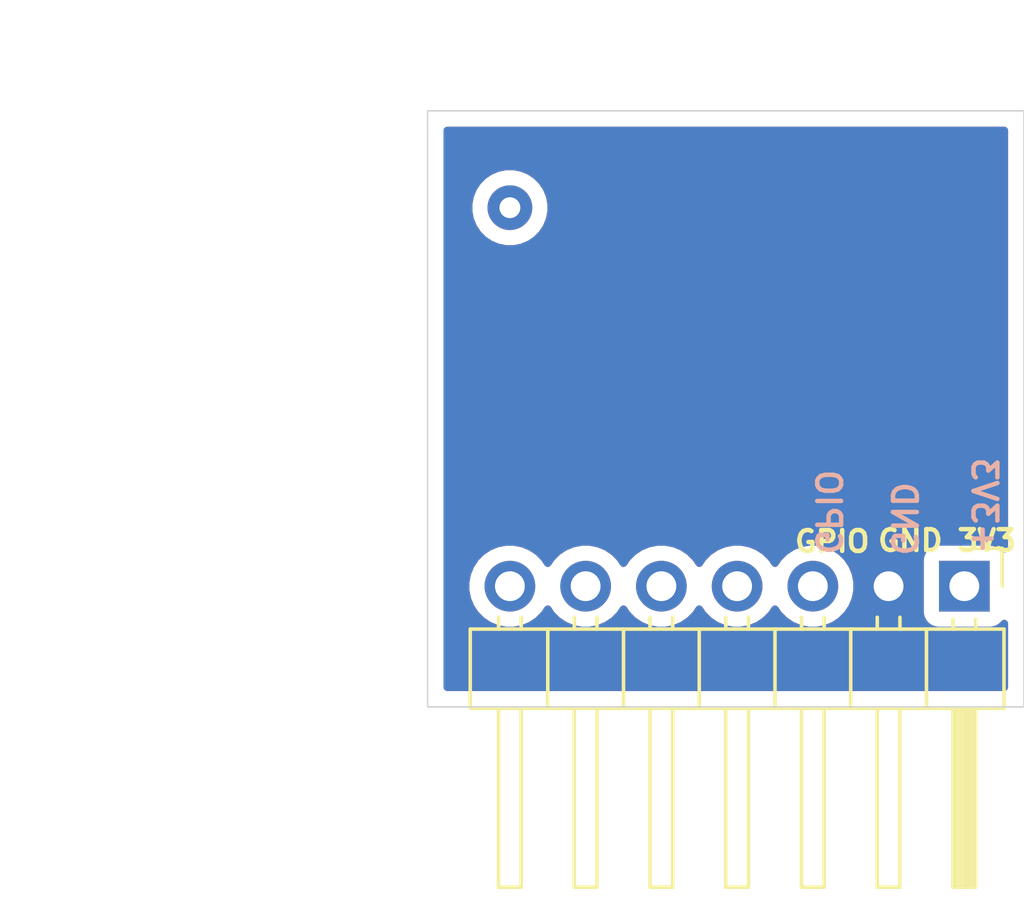
<source format=kicad_pcb>
(kicad_pcb (version 20171130) (host pcbnew "(5.1.8-0-10_14)")

  (general
    (thickness 1.6)
    (drawings 13)
    (tracks 0)
    (zones 0)
    (modules 2)
    (nets 2)
  )

  (page A4)
  (layers
    (0 F.Cu signal)
    (31 B.Cu signal)
    (32 B.Adhes user)
    (33 F.Adhes user)
    (34 B.Paste user hide)
    (35 F.Paste user hide)
    (36 B.SilkS user)
    (37 F.SilkS user)
    (38 B.Mask user hide)
    (39 F.Mask user hide)
    (40 Dwgs.User user)
    (41 Cmts.User user)
    (42 Eco1.User user)
    (43 Eco2.User user)
    (44 Edge.Cuts user)
    (45 Margin user)
    (46 B.CrtYd user)
    (47 F.CrtYd user)
    (48 B.Fab user)
    (49 F.Fab user)
  )

  (setup
    (last_trace_width 0.25)
    (user_trace_width 0.4)
    (user_trace_width 0.6)
    (user_trace_width 1)
    (trace_clearance 0.2)
    (zone_clearance 0.508)
    (zone_45_only no)
    (trace_min 0.2)
    (via_size 0.8)
    (via_drill 0.4)
    (via_min_size 0.4)
    (via_min_drill 0.3)
    (uvia_size 0.3)
    (uvia_drill 0.1)
    (uvias_allowed no)
    (uvia_min_size 0.2)
    (uvia_min_drill 0.1)
    (edge_width 0.05)
    (segment_width 0.2)
    (pcb_text_width 0.3)
    (pcb_text_size 1.5 1.5)
    (mod_edge_width 0.12)
    (mod_text_size 1 1)
    (mod_text_width 0.15)
    (pad_size 1.5 1.5)
    (pad_drill 0.7)
    (pad_to_mask_clearance 0)
    (aux_axis_origin 0 0)
    (visible_elements FFFFFF7F)
    (pcbplotparams
      (layerselection 0x010f0_ffffffff)
      (usegerberextensions false)
      (usegerberattributes true)
      (usegerberadvancedattributes true)
      (creategerberjobfile true)
      (excludeedgelayer false)
      (linewidth 0.100000)
      (plotframeref false)
      (viasonmask false)
      (mode 1)
      (useauxorigin false)
      (hpglpennumber 1)
      (hpglpenspeed 20)
      (hpglpendiameter 15.000000)
      (psnegative false)
      (psa4output false)
      (plotreference true)
      (plotvalue true)
      (plotinvisibletext false)
      (padsonsilk false)
      (subtractmaskfromsilk false)
      (outputformat 1)
      (mirror false)
      (drillshape 0)
      (scaleselection 1)
      (outputdirectory "assembly"))
  )

  (net 0 "")
  (net 1 GND)

  (net_class Default "This is the default net class."
    (clearance 0.2)
    (trace_width 0.25)
    (via_dia 0.8)
    (via_drill 0.4)
    (uvia_dia 0.3)
    (uvia_drill 0.1)
    (add_net GND)
  )

  (module TestPoint:TestPoint_THTPad_D1.5mm_Drill0.7mm (layer F.Cu) (tedit 5FB7C017) (tstamp 5FB81F4F)
    (at 122.76 76.25)
    (descr "THT pad as test Point, diameter 1.5mm, hole diameter 0.7mm")
    (tags "test point THT pad")
    (attr virtual)
    (fp_text reference REF** (at 0 -1.648) (layer F.SilkS) hide
      (effects (font (size 1 1) (thickness 0.15)))
    )
    (fp_text value TestPoint_THTPad_D1.5mm_Drill0.7mm (at 0 1.75) (layer F.Fab) hide
      (effects (font (size 1 1) (thickness 0.15)))
    )
    (fp_text user %R (at 0 -1.65) (layer F.Fab) hide
      (effects (font (size 1 1) (thickness 0.15)))
    )
    (pad 1 thru_hole circle (at 0 0) (size 1.5 1.5) (drill 0.7) (layers *.Cu *.Mask))
  )

  (module Connector_PinHeader_2.54mm:PinHeader_1x07_P2.54mm_Horizontal (layer F.Cu) (tedit 59FED5CB) (tstamp 5FB7C6CA)
    (at 138 88.95 270)
    (descr "Through hole angled pin header, 1x07, 2.54mm pitch, 6mm pin length, single row")
    (tags "Through hole angled pin header THT 1x07 2.54mm single row")
    (path /5FB70ADD)
    (fp_text reference J101 (at 4.385 -2.27 90) (layer F.SilkS) hide
      (effects (font (size 1 1) (thickness 0.15)))
    )
    (fp_text value Interface (at 4.385 17.51 90) (layer F.Fab) hide
      (effects (font (size 1 1) (thickness 0.15)))
    )
    (fp_line (start 2.135 -1.27) (end 4.04 -1.27) (layer F.Fab) (width 0.1))
    (fp_line (start 4.04 -1.27) (end 4.04 16.51) (layer F.Fab) (width 0.1))
    (fp_line (start 4.04 16.51) (end 1.5 16.51) (layer F.Fab) (width 0.1))
    (fp_line (start 1.5 16.51) (end 1.5 -0.635) (layer F.Fab) (width 0.1))
    (fp_line (start 1.5 -0.635) (end 2.135 -1.27) (layer F.Fab) (width 0.1))
    (fp_line (start -0.32 -0.32) (end 1.5 -0.32) (layer F.Fab) (width 0.1))
    (fp_line (start -0.32 -0.32) (end -0.32 0.32) (layer F.Fab) (width 0.1))
    (fp_line (start -0.32 0.32) (end 1.5 0.32) (layer F.Fab) (width 0.1))
    (fp_line (start 4.04 -0.32) (end 10.04 -0.32) (layer F.Fab) (width 0.1))
    (fp_line (start 10.04 -0.32) (end 10.04 0.32) (layer F.Fab) (width 0.1))
    (fp_line (start 4.04 0.32) (end 10.04 0.32) (layer F.Fab) (width 0.1))
    (fp_line (start -0.32 2.22) (end 1.5 2.22) (layer F.Fab) (width 0.1))
    (fp_line (start -0.32 2.22) (end -0.32 2.86) (layer F.Fab) (width 0.1))
    (fp_line (start -0.32 2.86) (end 1.5 2.86) (layer F.Fab) (width 0.1))
    (fp_line (start 4.04 2.22) (end 10.04 2.22) (layer F.Fab) (width 0.1))
    (fp_line (start 10.04 2.22) (end 10.04 2.86) (layer F.Fab) (width 0.1))
    (fp_line (start 4.04 2.86) (end 10.04 2.86) (layer F.Fab) (width 0.1))
    (fp_line (start -0.32 4.76) (end 1.5 4.76) (layer F.Fab) (width 0.1))
    (fp_line (start -0.32 4.76) (end -0.32 5.4) (layer F.Fab) (width 0.1))
    (fp_line (start -0.32 5.4) (end 1.5 5.4) (layer F.Fab) (width 0.1))
    (fp_line (start 4.04 4.76) (end 10.04 4.76) (layer F.Fab) (width 0.1))
    (fp_line (start 10.04 4.76) (end 10.04 5.4) (layer F.Fab) (width 0.1))
    (fp_line (start 4.04 5.4) (end 10.04 5.4) (layer F.Fab) (width 0.1))
    (fp_line (start -0.32 7.3) (end 1.5 7.3) (layer F.Fab) (width 0.1))
    (fp_line (start -0.32 7.3) (end -0.32 7.94) (layer F.Fab) (width 0.1))
    (fp_line (start -0.32 7.94) (end 1.5 7.94) (layer F.Fab) (width 0.1))
    (fp_line (start 4.04 7.3) (end 10.04 7.3) (layer F.Fab) (width 0.1))
    (fp_line (start 10.04 7.3) (end 10.04 7.94) (layer F.Fab) (width 0.1))
    (fp_line (start 4.04 7.94) (end 10.04 7.94) (layer F.Fab) (width 0.1))
    (fp_line (start -0.32 9.84) (end 1.5 9.84) (layer F.Fab) (width 0.1))
    (fp_line (start -0.32 9.84) (end -0.32 10.48) (layer F.Fab) (width 0.1))
    (fp_line (start -0.32 10.48) (end 1.5 10.48) (layer F.Fab) (width 0.1))
    (fp_line (start 4.04 9.84) (end 10.04 9.84) (layer F.Fab) (width 0.1))
    (fp_line (start 10.04 9.84) (end 10.04 10.48) (layer F.Fab) (width 0.1))
    (fp_line (start 4.04 10.48) (end 10.04 10.48) (layer F.Fab) (width 0.1))
    (fp_line (start -0.32 12.38) (end 1.5 12.38) (layer F.Fab) (width 0.1))
    (fp_line (start -0.32 12.38) (end -0.32 13.02) (layer F.Fab) (width 0.1))
    (fp_line (start -0.32 13.02) (end 1.5 13.02) (layer F.Fab) (width 0.1))
    (fp_line (start 4.04 12.38) (end 10.04 12.38) (layer F.Fab) (width 0.1))
    (fp_line (start 10.04 12.38) (end 10.04 13.02) (layer F.Fab) (width 0.1))
    (fp_line (start 4.04 13.02) (end 10.04 13.02) (layer F.Fab) (width 0.1))
    (fp_line (start -0.32 14.92) (end 1.5 14.92) (layer F.Fab) (width 0.1))
    (fp_line (start -0.32 14.92) (end -0.32 15.56) (layer F.Fab) (width 0.1))
    (fp_line (start -0.32 15.56) (end 1.5 15.56) (layer F.Fab) (width 0.1))
    (fp_line (start 4.04 14.92) (end 10.04 14.92) (layer F.Fab) (width 0.1))
    (fp_line (start 10.04 14.92) (end 10.04 15.56) (layer F.Fab) (width 0.1))
    (fp_line (start 4.04 15.56) (end 10.04 15.56) (layer F.Fab) (width 0.1))
    (fp_line (start 1.44 -1.33) (end 1.44 16.57) (layer F.SilkS) (width 0.12))
    (fp_line (start 1.44 16.57) (end 4.1 16.57) (layer F.SilkS) (width 0.12))
    (fp_line (start 4.1 16.57) (end 4.1 -1.33) (layer F.SilkS) (width 0.12))
    (fp_line (start 4.1 -1.33) (end 1.44 -1.33) (layer F.SilkS) (width 0.12))
    (fp_line (start 4.1 -0.38) (end 10.1 -0.38) (layer F.SilkS) (width 0.12))
    (fp_line (start 10.1 -0.38) (end 10.1 0.38) (layer F.SilkS) (width 0.12))
    (fp_line (start 10.1 0.38) (end 4.1 0.38) (layer F.SilkS) (width 0.12))
    (fp_line (start 4.1 -0.32) (end 10.1 -0.32) (layer F.SilkS) (width 0.12))
    (fp_line (start 4.1 -0.2) (end 10.1 -0.2) (layer F.SilkS) (width 0.12))
    (fp_line (start 4.1 -0.08) (end 10.1 -0.08) (layer F.SilkS) (width 0.12))
    (fp_line (start 4.1 0.04) (end 10.1 0.04) (layer F.SilkS) (width 0.12))
    (fp_line (start 4.1 0.16) (end 10.1 0.16) (layer F.SilkS) (width 0.12))
    (fp_line (start 4.1 0.28) (end 10.1 0.28) (layer F.SilkS) (width 0.12))
    (fp_line (start 1.11 -0.38) (end 1.44 -0.38) (layer F.SilkS) (width 0.12))
    (fp_line (start 1.11 0.38) (end 1.44 0.38) (layer F.SilkS) (width 0.12))
    (fp_line (start 1.44 1.27) (end 4.1 1.27) (layer F.SilkS) (width 0.12))
    (fp_line (start 4.1 2.16) (end 10.1 2.16) (layer F.SilkS) (width 0.12))
    (fp_line (start 10.1 2.16) (end 10.1 2.92) (layer F.SilkS) (width 0.12))
    (fp_line (start 10.1 2.92) (end 4.1 2.92) (layer F.SilkS) (width 0.12))
    (fp_line (start 1.042929 2.16) (end 1.44 2.16) (layer F.SilkS) (width 0.12))
    (fp_line (start 1.042929 2.92) (end 1.44 2.92) (layer F.SilkS) (width 0.12))
    (fp_line (start 1.44 3.81) (end 4.1 3.81) (layer F.SilkS) (width 0.12))
    (fp_line (start 4.1 4.7) (end 10.1 4.7) (layer F.SilkS) (width 0.12))
    (fp_line (start 10.1 4.7) (end 10.1 5.46) (layer F.SilkS) (width 0.12))
    (fp_line (start 10.1 5.46) (end 4.1 5.46) (layer F.SilkS) (width 0.12))
    (fp_line (start 1.042929 4.7) (end 1.44 4.7) (layer F.SilkS) (width 0.12))
    (fp_line (start 1.042929 5.46) (end 1.44 5.46) (layer F.SilkS) (width 0.12))
    (fp_line (start 1.44 6.35) (end 4.1 6.35) (layer F.SilkS) (width 0.12))
    (fp_line (start 4.1 7.24) (end 10.1 7.24) (layer F.SilkS) (width 0.12))
    (fp_line (start 10.1 7.24) (end 10.1 8) (layer F.SilkS) (width 0.12))
    (fp_line (start 10.1 8) (end 4.1 8) (layer F.SilkS) (width 0.12))
    (fp_line (start 1.042929 7.24) (end 1.44 7.24) (layer F.SilkS) (width 0.12))
    (fp_line (start 1.042929 8) (end 1.44 8) (layer F.SilkS) (width 0.12))
    (fp_line (start 1.44 8.89) (end 4.1 8.89) (layer F.SilkS) (width 0.12))
    (fp_line (start 4.1 9.78) (end 10.1 9.78) (layer F.SilkS) (width 0.12))
    (fp_line (start 10.1 9.78) (end 10.1 10.54) (layer F.SilkS) (width 0.12))
    (fp_line (start 10.1 10.54) (end 4.1 10.54) (layer F.SilkS) (width 0.12))
    (fp_line (start 1.042929 9.78) (end 1.44 9.78) (layer F.SilkS) (width 0.12))
    (fp_line (start 1.042929 10.54) (end 1.44 10.54) (layer F.SilkS) (width 0.12))
    (fp_line (start 1.44 11.43) (end 4.1 11.43) (layer F.SilkS) (width 0.12))
    (fp_line (start 4.1 12.32) (end 10.1 12.32) (layer F.SilkS) (width 0.12))
    (fp_line (start 10.1 12.32) (end 10.1 13.08) (layer F.SilkS) (width 0.12))
    (fp_line (start 10.1 13.08) (end 4.1 13.08) (layer F.SilkS) (width 0.12))
    (fp_line (start 1.042929 12.32) (end 1.44 12.32) (layer F.SilkS) (width 0.12))
    (fp_line (start 1.042929 13.08) (end 1.44 13.08) (layer F.SilkS) (width 0.12))
    (fp_line (start 1.44 13.97) (end 4.1 13.97) (layer F.SilkS) (width 0.12))
    (fp_line (start 4.1 14.86) (end 10.1 14.86) (layer F.SilkS) (width 0.12))
    (fp_line (start 10.1 14.86) (end 10.1 15.62) (layer F.SilkS) (width 0.12))
    (fp_line (start 10.1 15.62) (end 4.1 15.62) (layer F.SilkS) (width 0.12))
    (fp_line (start 1.042929 14.86) (end 1.44 14.86) (layer F.SilkS) (width 0.12))
    (fp_line (start 1.042929 15.62) (end 1.44 15.62) (layer F.SilkS) (width 0.12))
    (fp_line (start -1.27 0) (end -1.27 -1.27) (layer F.SilkS) (width 0.12))
    (fp_line (start -1.27 -1.27) (end 0 -1.27) (layer F.SilkS) (width 0.12))
    (fp_line (start -1.8 -1.8) (end -1.8 17.05) (layer F.CrtYd) (width 0.05))
    (fp_line (start -1.8 17.05) (end 10.55 17.05) (layer F.CrtYd) (width 0.05))
    (fp_line (start 10.55 17.05) (end 10.55 -1.8) (layer F.CrtYd) (width 0.05))
    (fp_line (start 10.55 -1.8) (end -1.8 -1.8) (layer F.CrtYd) (width 0.05))
    (fp_text user %R (at 2.77 7.62) (layer F.Fab) hide
      (effects (font (size 1 1) (thickness 0.15)))
    )
    (pad 7 thru_hole oval (at 0 15.24 270) (size 1.7 1.7) (drill 1) (layers *.Cu *.Mask))
    (pad 6 thru_hole oval (at 0 12.7 270) (size 1.7 1.7) (drill 1) (layers *.Cu *.Mask))
    (pad 5 thru_hole oval (at 0 10.16 270) (size 1.7 1.7) (drill 1) (layers *.Cu *.Mask))
    (pad 4 thru_hole oval (at 0 7.62 270) (size 1.7 1.7) (drill 1) (layers *.Cu *.Mask))
    (pad 3 thru_hole oval (at 0 5.08 270) (size 1.7 1.7) (drill 1) (layers *.Cu *.Mask))
    (pad 2 thru_hole oval (at 0 2.54 270) (size 1.7 1.7) (drill 1) (layers *.Cu *.Mask)
      (net 1 GND))
    (pad 1 thru_hole rect (at 0 0 270) (size 1.7 1.7) (drill 1) (layers *.Cu *.Mask))
    (model ${KISYS3DMOD}/Connector_PinHeader_2.54mm.3dshapes/PinHeader_1x07_P2.54mm_Horizontal.wrl
      (at (xyz 0 0 0))
      (scale (xyz 1 1 1))
      (rotate (xyz 0 0 0))
    )
  )

  (gr_text "Hole here is for Single pin\n to support board edge \nif needed for connectors \nwhen Horizontal on SH-ESP32" (at 125 71) (layer Cmts.User) (tstamp 5FB827C8)
    (effects (font (size 0.5 0.5) (thickness 0.125)))
  )
  (gr_text "If extending board \nraise bottom edge 5mm to \nclear components on SH-ESP32" (at 112 92) (layer Cmts.User)
    (effects (font (size 0.5 0.5) (thickness 0.125)))
  )
  (gr_line (start 120 93) (end 120 90) (layer Edge.Cuts) (width 0.05))
  (gr_text +3V3 (at 138.67 86.25 270) (layer B.SilkS) (tstamp 5FB7AB80)
    (effects (font (size 0.8 0.8) (thickness 0.15)) (justify mirror))
  )
  (gr_text GPIO (at 133.57 87.45) (layer F.SilkS) (tstamp 5FB7AB59)
    (effects (font (size 0.7 0.7) (thickness 0.15)))
  )
  (gr_text GND (at 136.19 87.42) (layer F.SilkS) (tstamp 5FB7AB56)
    (effects (font (size 0.7 0.7) (thickness 0.15)))
  )
  (gr_text 3V3 (at 138.75 87.42) (layer F.SilkS) (tstamp 5FB7AB50)
    (effects (font (size 0.7 0.7) (thickness 0.15)))
  )
  (gr_text "GPIO\n" (at 133.43 86.47 270) (layer B.SilkS) (tstamp 5FB73D56)
    (effects (font (size 0.8 0.8) (thickness 0.15)) (justify mirror))
  )
  (gr_text GND (at 135.97 86.69 270) (layer B.SilkS) (tstamp 5FB73D49)
    (effects (font (size 0.8 0.8) (thickness 0.15)) (justify mirror))
  )
  (gr_line (start 120 73) (end 120 90) (layer Edge.Cuts) (width 0.05) (tstamp 5FB73ABB))
  (gr_line (start 140 73) (end 120 73) (layer Edge.Cuts) (width 0.05) (tstamp 5FB7CE43))
  (gr_line (start 140 93) (end 140 73) (layer Edge.Cuts) (width 0.05))
  (gr_line (start 120 93) (end 140 93) (layer Edge.Cuts) (width 0.05))

  (zone (net 1) (net_name GND) (layer B.Cu) (tstamp 0) (hatch edge 0.508)
    (connect_pads yes (clearance 0.508))
    (min_thickness 0.254)
    (fill yes (arc_segments 32) (thermal_gap 0.508) (thermal_bridge_width 0.508))
    (polygon
      (pts
        (xy 140 93) (xy 120 93) (xy 120 73) (xy 140 73)
      )
    )
    (filled_polygon
      (pts
        (xy 139.34 87.696112) (xy 139.301185 87.648815) (xy 139.204494 87.569463) (xy 139.09418 87.510498) (xy 138.974482 87.474188)
        (xy 138.85 87.461928) (xy 137.15 87.461928) (xy 137.025518 87.474188) (xy 136.90582 87.510498) (xy 136.795506 87.569463)
        (xy 136.698815 87.648815) (xy 136.619463 87.745506) (xy 136.560498 87.85582) (xy 136.524188 87.975518) (xy 136.511928 88.1)
        (xy 136.511928 89.8) (xy 136.524188 89.924482) (xy 136.560498 90.04418) (xy 136.619463 90.154494) (xy 136.698815 90.251185)
        (xy 136.795506 90.330537) (xy 136.90582 90.389502) (xy 137.025518 90.425812) (xy 137.15 90.438072) (xy 138.85 90.438072)
        (xy 138.974482 90.425812) (xy 139.09418 90.389502) (xy 139.204494 90.330537) (xy 139.301185 90.251185) (xy 139.34 90.203888)
        (xy 139.34 92.34) (xy 120.66 92.34) (xy 120.66 88.80374) (xy 121.275 88.80374) (xy 121.275 89.09626)
        (xy 121.332068 89.383158) (xy 121.44401 89.653411) (xy 121.606525 89.896632) (xy 121.813368 90.103475) (xy 122.056589 90.26599)
        (xy 122.326842 90.377932) (xy 122.61374 90.435) (xy 122.90626 90.435) (xy 123.193158 90.377932) (xy 123.463411 90.26599)
        (xy 123.706632 90.103475) (xy 123.913475 89.896632) (xy 124.03 89.72224) (xy 124.146525 89.896632) (xy 124.353368 90.103475)
        (xy 124.596589 90.26599) (xy 124.866842 90.377932) (xy 125.15374 90.435) (xy 125.44626 90.435) (xy 125.733158 90.377932)
        (xy 126.003411 90.26599) (xy 126.246632 90.103475) (xy 126.453475 89.896632) (xy 126.57 89.72224) (xy 126.686525 89.896632)
        (xy 126.893368 90.103475) (xy 127.136589 90.26599) (xy 127.406842 90.377932) (xy 127.69374 90.435) (xy 127.98626 90.435)
        (xy 128.273158 90.377932) (xy 128.543411 90.26599) (xy 128.786632 90.103475) (xy 128.993475 89.896632) (xy 129.11 89.72224)
        (xy 129.226525 89.896632) (xy 129.433368 90.103475) (xy 129.676589 90.26599) (xy 129.946842 90.377932) (xy 130.23374 90.435)
        (xy 130.52626 90.435) (xy 130.813158 90.377932) (xy 131.083411 90.26599) (xy 131.326632 90.103475) (xy 131.533475 89.896632)
        (xy 131.65 89.72224) (xy 131.766525 89.896632) (xy 131.973368 90.103475) (xy 132.216589 90.26599) (xy 132.486842 90.377932)
        (xy 132.77374 90.435) (xy 133.06626 90.435) (xy 133.353158 90.377932) (xy 133.623411 90.26599) (xy 133.866632 90.103475)
        (xy 134.073475 89.896632) (xy 134.23599 89.653411) (xy 134.347932 89.383158) (xy 134.405 89.09626) (xy 134.405 88.80374)
        (xy 134.347932 88.516842) (xy 134.23599 88.246589) (xy 134.073475 88.003368) (xy 133.866632 87.796525) (xy 133.623411 87.63401)
        (xy 133.353158 87.522068) (xy 133.06626 87.465) (xy 132.77374 87.465) (xy 132.486842 87.522068) (xy 132.216589 87.63401)
        (xy 131.973368 87.796525) (xy 131.766525 88.003368) (xy 131.65 88.17776) (xy 131.533475 88.003368) (xy 131.326632 87.796525)
        (xy 131.083411 87.63401) (xy 130.813158 87.522068) (xy 130.52626 87.465) (xy 130.23374 87.465) (xy 129.946842 87.522068)
        (xy 129.676589 87.63401) (xy 129.433368 87.796525) (xy 129.226525 88.003368) (xy 129.11 88.17776) (xy 128.993475 88.003368)
        (xy 128.786632 87.796525) (xy 128.543411 87.63401) (xy 128.273158 87.522068) (xy 127.98626 87.465) (xy 127.69374 87.465)
        (xy 127.406842 87.522068) (xy 127.136589 87.63401) (xy 126.893368 87.796525) (xy 126.686525 88.003368) (xy 126.57 88.17776)
        (xy 126.453475 88.003368) (xy 126.246632 87.796525) (xy 126.003411 87.63401) (xy 125.733158 87.522068) (xy 125.44626 87.465)
        (xy 125.15374 87.465) (xy 124.866842 87.522068) (xy 124.596589 87.63401) (xy 124.353368 87.796525) (xy 124.146525 88.003368)
        (xy 124.03 88.17776) (xy 123.913475 88.003368) (xy 123.706632 87.796525) (xy 123.463411 87.63401) (xy 123.193158 87.522068)
        (xy 122.90626 87.465) (xy 122.61374 87.465) (xy 122.326842 87.522068) (xy 122.056589 87.63401) (xy 121.813368 87.796525)
        (xy 121.606525 88.003368) (xy 121.44401 88.246589) (xy 121.332068 88.516842) (xy 121.275 88.80374) (xy 120.66 88.80374)
        (xy 120.66 76.113589) (xy 121.375 76.113589) (xy 121.375 76.386411) (xy 121.428225 76.653989) (xy 121.532629 76.906043)
        (xy 121.684201 77.132886) (xy 121.877114 77.325799) (xy 122.103957 77.477371) (xy 122.356011 77.581775) (xy 122.623589 77.635)
        (xy 122.896411 77.635) (xy 123.163989 77.581775) (xy 123.416043 77.477371) (xy 123.642886 77.325799) (xy 123.835799 77.132886)
        (xy 123.987371 76.906043) (xy 124.091775 76.653989) (xy 124.145 76.386411) (xy 124.145 76.113589) (xy 124.091775 75.846011)
        (xy 123.987371 75.593957) (xy 123.835799 75.367114) (xy 123.642886 75.174201) (xy 123.416043 75.022629) (xy 123.163989 74.918225)
        (xy 122.896411 74.865) (xy 122.623589 74.865) (xy 122.356011 74.918225) (xy 122.103957 75.022629) (xy 121.877114 75.174201)
        (xy 121.684201 75.367114) (xy 121.532629 75.593957) (xy 121.428225 75.846011) (xy 121.375 76.113589) (xy 120.66 76.113589)
        (xy 120.66 73.66) (xy 139.340001 73.66)
      )
    )
  )
  (zone (net 1) (net_name GND) (layer F.Cu) (tstamp 5FB7AEDE) (hatch edge 0.508)
    (connect_pads yes (clearance 0.508))
    (min_thickness 0.254)
    (fill yes (arc_segments 32) (thermal_gap 0.508) (thermal_bridge_width 0.508))
    (polygon
      (pts
        (xy 140 93) (xy 120 93) (xy 120 73) (xy 140 73)
      )
    )
    (filled_polygon
      (pts
        (xy 139.34 87.696112) (xy 139.301185 87.648815) (xy 139.204494 87.569463) (xy 139.09418 87.510498) (xy 138.974482 87.474188)
        (xy 138.85 87.461928) (xy 137.15 87.461928) (xy 137.025518 87.474188) (xy 136.90582 87.510498) (xy 136.795506 87.569463)
        (xy 136.698815 87.648815) (xy 136.619463 87.745506) (xy 136.560498 87.85582) (xy 136.524188 87.975518) (xy 136.511928 88.1)
        (xy 136.511928 89.8) (xy 136.524188 89.924482) (xy 136.560498 90.04418) (xy 136.619463 90.154494) (xy 136.698815 90.251185)
        (xy 136.795506 90.330537) (xy 136.90582 90.389502) (xy 137.025518 90.425812) (xy 137.15 90.438072) (xy 138.85 90.438072)
        (xy 138.974482 90.425812) (xy 139.09418 90.389502) (xy 139.204494 90.330537) (xy 139.301185 90.251185) (xy 139.34 90.203888)
        (xy 139.34 92.34) (xy 120.66 92.34) (xy 120.66 88.80374) (xy 121.275 88.80374) (xy 121.275 89.09626)
        (xy 121.332068 89.383158) (xy 121.44401 89.653411) (xy 121.606525 89.896632) (xy 121.813368 90.103475) (xy 122.056589 90.26599)
        (xy 122.326842 90.377932) (xy 122.61374 90.435) (xy 122.90626 90.435) (xy 123.193158 90.377932) (xy 123.463411 90.26599)
        (xy 123.706632 90.103475) (xy 123.913475 89.896632) (xy 124.03 89.72224) (xy 124.146525 89.896632) (xy 124.353368 90.103475)
        (xy 124.596589 90.26599) (xy 124.866842 90.377932) (xy 125.15374 90.435) (xy 125.44626 90.435) (xy 125.733158 90.377932)
        (xy 126.003411 90.26599) (xy 126.246632 90.103475) (xy 126.453475 89.896632) (xy 126.57 89.72224) (xy 126.686525 89.896632)
        (xy 126.893368 90.103475) (xy 127.136589 90.26599) (xy 127.406842 90.377932) (xy 127.69374 90.435) (xy 127.98626 90.435)
        (xy 128.273158 90.377932) (xy 128.543411 90.26599) (xy 128.786632 90.103475) (xy 128.993475 89.896632) (xy 129.11 89.72224)
        (xy 129.226525 89.896632) (xy 129.433368 90.103475) (xy 129.676589 90.26599) (xy 129.946842 90.377932) (xy 130.23374 90.435)
        (xy 130.52626 90.435) (xy 130.813158 90.377932) (xy 131.083411 90.26599) (xy 131.326632 90.103475) (xy 131.533475 89.896632)
        (xy 131.65 89.72224) (xy 131.766525 89.896632) (xy 131.973368 90.103475) (xy 132.216589 90.26599) (xy 132.486842 90.377932)
        (xy 132.77374 90.435) (xy 133.06626 90.435) (xy 133.353158 90.377932) (xy 133.623411 90.26599) (xy 133.866632 90.103475)
        (xy 134.073475 89.896632) (xy 134.23599 89.653411) (xy 134.347932 89.383158) (xy 134.405 89.09626) (xy 134.405 88.80374)
        (xy 134.347932 88.516842) (xy 134.23599 88.246589) (xy 134.073475 88.003368) (xy 133.866632 87.796525) (xy 133.623411 87.63401)
        (xy 133.353158 87.522068) (xy 133.06626 87.465) (xy 132.77374 87.465) (xy 132.486842 87.522068) (xy 132.216589 87.63401)
        (xy 131.973368 87.796525) (xy 131.766525 88.003368) (xy 131.65 88.17776) (xy 131.533475 88.003368) (xy 131.326632 87.796525)
        (xy 131.083411 87.63401) (xy 130.813158 87.522068) (xy 130.52626 87.465) (xy 130.23374 87.465) (xy 129.946842 87.522068)
        (xy 129.676589 87.63401) (xy 129.433368 87.796525) (xy 129.226525 88.003368) (xy 129.11 88.17776) (xy 128.993475 88.003368)
        (xy 128.786632 87.796525) (xy 128.543411 87.63401) (xy 128.273158 87.522068) (xy 127.98626 87.465) (xy 127.69374 87.465)
        (xy 127.406842 87.522068) (xy 127.136589 87.63401) (xy 126.893368 87.796525) (xy 126.686525 88.003368) (xy 126.57 88.17776)
        (xy 126.453475 88.003368) (xy 126.246632 87.796525) (xy 126.003411 87.63401) (xy 125.733158 87.522068) (xy 125.44626 87.465)
        (xy 125.15374 87.465) (xy 124.866842 87.522068) (xy 124.596589 87.63401) (xy 124.353368 87.796525) (xy 124.146525 88.003368)
        (xy 124.03 88.17776) (xy 123.913475 88.003368) (xy 123.706632 87.796525) (xy 123.463411 87.63401) (xy 123.193158 87.522068)
        (xy 122.90626 87.465) (xy 122.61374 87.465) (xy 122.326842 87.522068) (xy 122.056589 87.63401) (xy 121.813368 87.796525)
        (xy 121.606525 88.003368) (xy 121.44401 88.246589) (xy 121.332068 88.516842) (xy 121.275 88.80374) (xy 120.66 88.80374)
        (xy 120.66 76.113589) (xy 121.375 76.113589) (xy 121.375 76.386411) (xy 121.428225 76.653989) (xy 121.532629 76.906043)
        (xy 121.684201 77.132886) (xy 121.877114 77.325799) (xy 122.103957 77.477371) (xy 122.356011 77.581775) (xy 122.623589 77.635)
        (xy 122.896411 77.635) (xy 123.163989 77.581775) (xy 123.416043 77.477371) (xy 123.642886 77.325799) (xy 123.835799 77.132886)
        (xy 123.987371 76.906043) (xy 124.091775 76.653989) (xy 124.145 76.386411) (xy 124.145 76.113589) (xy 124.091775 75.846011)
        (xy 123.987371 75.593957) (xy 123.835799 75.367114) (xy 123.642886 75.174201) (xy 123.416043 75.022629) (xy 123.163989 74.918225)
        (xy 122.896411 74.865) (xy 122.623589 74.865) (xy 122.356011 74.918225) (xy 122.103957 75.022629) (xy 121.877114 75.174201)
        (xy 121.684201 75.367114) (xy 121.532629 75.593957) (xy 121.428225 75.846011) (xy 121.375 76.113589) (xy 120.66 76.113589)
        (xy 120.66 73.66) (xy 139.340001 73.66)
      )
    )
  )
)

</source>
